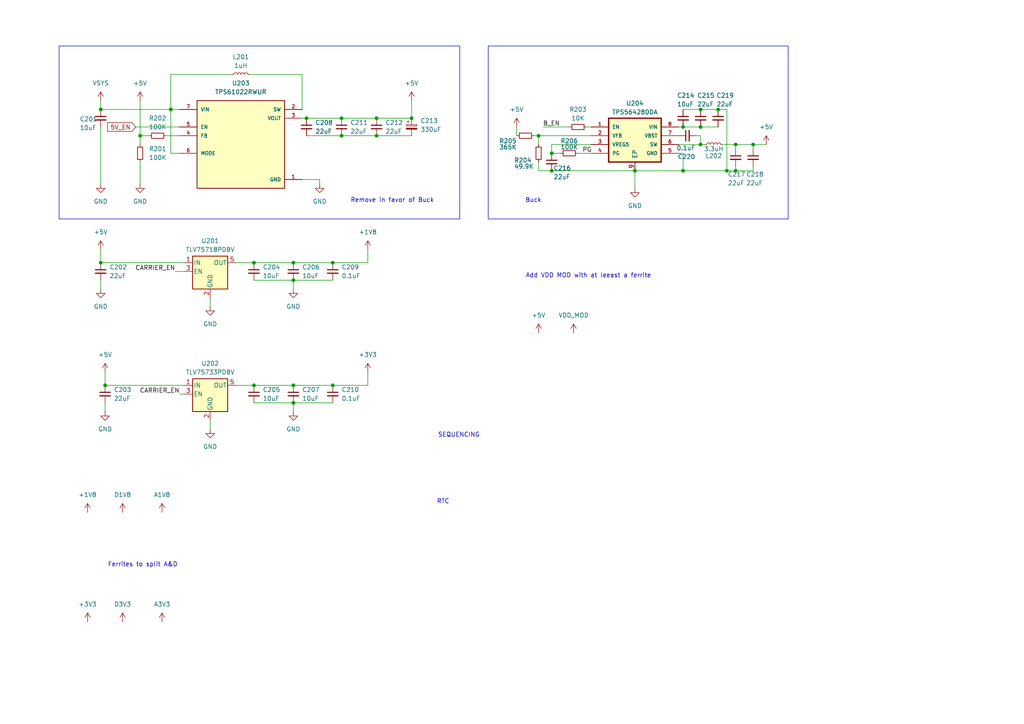
<source format=kicad_sch>
(kicad_sch (version 20231120) (generator "eeschema") (generator_version "8.0")
  (paper "A4")
  (lib_symbols
    (symbol "Device:C_Polarized_Small" (pin_numbers hide) (pin_names (offset 0.254) hide)
      (property "Reference" "C" (at 0.254 1.778 0))
      (property "Value" "C_Polarized_Small" (at 0.254 -2.032 0))
      (symbol "C_Polarized_Small_0_1"
        (rectangle (start -1.524 -0.3048) (end 1.524 -0.6858) (fill (type outline)))
        (rectangle (start -1.524 0.6858) (end 1.524 0.3048))
        (polyline (pts (xy -1.27 1.524) (xy -0.762 1.524)))
        (polyline (pts (xy -1.016 1.27) (xy -1.016 1.778)))
      )
      (symbol "C_Polarized_Small_1_1"
        (pin passive line (at 0 2.54 270) (length 1.8542) (name "~") (number "1"))
        (pin passive line (at 0 -2.54 90) (length 1.8542) (name "~") (number "2"))
      )
    )
    (symbol "Device:C_Small" (pin_numbers hide) (pin_names (offset 0.254) hide)
      (property "Reference" "C" (at 0.254 1.778 0))
      (property "Value" "C_Small" (at 0.254 -2.032 0))
      (symbol "C_Small_0_1"
        (polyline (pts (xy -1.524 -0.508) (xy 1.524 -0.508)) (stroke (width 0.3302)))
        (polyline (pts (xy -1.524 0.508) (xy 1.524 0.508)) (stroke (width 0.3048)))
      )
      (symbol "C_Small_1_1"
        (pin passive line (at 0 2.54 270) (length 2.032) (name "~") (number "1"))
        (pin passive line (at 0 -2.54 90) (length 2.032) (name "~") (number "2"))
      )
    )
    (symbol "Device:L_Small" (pin_numbers hide) (pin_names (offset 0.254) hide)
      (property "Reference" "L" (at 0.762 1.016 0))
      (property "Value" "L_Small" (at 0.762 -1.016 0))
      (symbol "L_Small_0_1"
        (arc (start 0 -2.032) (mid 0.5058 -1.524) (end 0 -1.016))
        (arc (start 0 -1.016) (mid 0.5058 -0.508) (end 0 0))
        (arc (start 0 0) (mid 0.5058 0.508) (end 0 1.016))
        (arc (start 0 1.016) (mid 0.5058 1.524) (end 0 2.032))
      )
      (symbol "L_Small_1_1"
        (pin passive line (at 0 2.54 270) (length 0.508) (name "~") (number "1"))
        (pin passive line (at 0 -2.54 90) (length 0.508) (name "~") (number "2"))
      )
    )
    (symbol "Device:R_Small" (pin_numbers hide) (pin_names (offset 0.254) hide)
      (property "Reference" "R" (at 0.762 0.508 0))
      (property "Value" "R_Small" (at 0.762 -1.016 0))
      (symbol "R_Small_0_1"
        (rectangle (start -0.762 1.778) (end 0.762 -1.778) (stroke (width 0.2032)))
      )
      (symbol "R_Small_1_1"
        (pin passive line (at 0 2.54 270) (length 0.762) (name "~") (number "1"))
        (pin passive line (at 0 -2.54 90) (length 0.762) (name "~") (number "2"))
      )
    )
    (symbol "Fibel2:TPS56428DDA" (pin_names (offset 1.016))
      (property "Reference" "U" (at -12.7 21.32 0))
      (property "Value" "TPS56428DDA" (at -6.604 9.652 0))
      (symbol "TPS56428DDA_0_0"
        (rectangle (start -7.62 6.35) (end 7.62 -6.35) (stroke (width 0.41)) (fill (type background)))
        (pin bidirectional line (at -12.7 3.81 0) (length 5.08) (name "EN") (number "1"))
        (pin bidirectional line (at -12.7 1.27 0) (length 5.08) (name "VFB") (number "2"))
        (pin bidirectional line (at -12.7 -1.27 0) (length 5.08) (name "VREG5") (number "3"))
        (pin bidirectional line (at -12.7 -3.81 0) (length 5.08) (name "PG") (number "4"))
        (pin power_in line (at 12.7 -3.81 180) (length 5.08) (name "GND") (number "5"))
        (pin bidirectional line (at 12.7 -1.27 180) (length 5.08) (name "SW") (number "6"))
        (pin bidirectional line (at 12.7 1.27 180) (length 5.08) (name "VBST") (number "7"))
        (pin input line (at 12.7 3.81 180) (length 5.08) (name "VIN") (number "8"))
      )
      (symbol "TPS56428DDA_1_1"
        (pin input line (at 0 -8.89 90) (length 2.54) (name "EP") (number "9"))
      )
    )
    (symbol "Fibel2:TPS61022RWUR" (pin_names (offset 1.016))
      (property "Reference" "U" (at -12.7 13.97 0))
      (property "Value" "TPS61022RWUR" (at -12.7 -13.97 0))
      (symbol "TPS61022RWUR_0_0"
        (rectangle (start -12.7 12.7) (end 12.7 -12.7) (stroke (width 0.254)) (fill (type background)))
        (pin power_in line (at 17.78 -10.16 180) (length 5.08) (name "GND") (number "1"))
        (pin output line (at 17.78 10.16 180) (length 5.08) (name "SW") (number "2"))
        (pin output line (at 17.78 7.62 180) (length 5.08) (name "VOUT") (number "3"))
        (pin input line (at -17.78 2.54 0) (length 5.08) (name "FB") (number "4"))
        (pin input line (at -17.78 5.08 0) (length 5.08) (name "EN") (number "5"))
        (pin input line (at -17.78 -2.54 0) (length 5.08) (name "MODE") (number "6"))
        (pin input line (at -17.78 10.16 0) (length 5.08) (name "VIN") (number "7"))
      )
    )
    (symbol "Regulator_Linear:TLV75718PDBV" (pin_names (offset 0.254))
      (property "Reference" "U" (at -3.81 5.715 0))
      (property "Value" "TLV75718PDBV" (at 0 5.715 0))
      (symbol "TLV75718PDBV_0_1"
        (rectangle (start -5.08 4.445) (end 5.08 -5.08) (stroke (width 0.254)) (fill (type background)))
      )
      (symbol "TLV75718PDBV_1_1"
        (pin power_in line (at -7.62 2.54 0) (length 2.54) (name "IN") (number "1"))
        (pin power_in line (at 0 -7.62 90) (length 2.54) (name "GND") (number "2"))
        (pin input line (at -7.62 0 0) (length 2.54) (name "EN") (number "3"))
        (pin no_connect line (at 5.08 0 180) (length 2.54) hide (name "NC") (number "4"))
        (pin power_out line (at 7.62 2.54 180) (length 2.54) (name "OUT") (number "5"))
      )
    )
    (symbol "Regulator_Linear:TLV75733PDBV" (pin_names (offset 0.254))
      (property "Reference" "U" (at -3.81 5.715 0))
      (property "Value" "TLV75733PDBV" (at 0 5.715 0))
      (symbol "TLV75733PDBV_0_1"
        (rectangle (start -5.08 4.445) (end 5.08 -5.08) (stroke (width 0.254)) (fill (type background)))
      )
      (symbol "TLV75733PDBV_1_1"
        (pin power_in line (at -7.62 2.54 0) (length 2.54) (name "IN") (number "1"))
        (pin power_in line (at 0 -7.62 90) (length 2.54) (name "GND") (number "2"))
        (pin input line (at -7.62 0 0) (length 2.54) (name "EN") (number "3"))
        (pin no_connect line (at 5.08 0 180) (length 2.54) hide (name "NC") (number "4"))
        (pin power_out line (at 7.62 2.54 180) (length 2.54) (name "OUT") (number "5"))
      )
    )
    (symbol "power:+1V8" (power) (pin_numbers hide) (pin_names (offset 0) hide)
      (property "Value" "+1V8" (at 0 3.556 0))
      (symbol "+1V8_0_1"
        (polyline (pts (xy -0.762 1.27) (xy 0 2.54)))
        (polyline (pts (xy 0 0) (xy 0 2.54)))
        (polyline (pts (xy 0 2.54) (xy 0.762 1.27)))
      )
      (symbol "+1V8_1_1"
        (pin power_in line (at 0 0 90) (length 0) (name "~") (number "1"))
      )
    )
    (symbol "power:+3.3V" (power) (pin_numbers hide) (pin_names (offset 0) hide)
      (property "Value" "+3.3V" (at 0 3.556 0))
      (symbol "+3.3V_0_1"
        (polyline (pts (xy -0.762 1.27) (xy 0 2.54)))
        (polyline (pts (xy 0 0) (xy 0 2.54)))
        (polyline (pts (xy 0 2.54) (xy 0.762 1.27)))
      )
      (symbol "+3.3V_1_1"
        (pin power_in line (at 0 0 90) (length 0) (name "~") (number "1"))
      )
    )
    (symbol "power:+3V3" (power) (pin_numbers hide) (pin_names (offset 0) hide)
      (property "Value" "+3V3" (at 0 3.556 0))
      (symbol "+3V3_0_1"
        (polyline (pts (xy -0.762 1.27) (xy 0 2.54)))
        (polyline (pts (xy 0 0) (xy 0 2.54)))
        (polyline (pts (xy 0 2.54) (xy 0.762 1.27)))
      )
      (symbol "+3V3_1_1"
        (pin power_in line (at 0 0 90) (length 0) (name "~") (number "1"))
      )
    )
    (symbol "power:+5V" (power) (pin_numbers hide) (pin_names (offset 0) hide)
      (property "Value" "+5V" (at 0 3.556 0))
      (symbol "+5V_0_1"
        (polyline (pts (xy -0.762 1.27) (xy 0 2.54)))
        (polyline (pts (xy 0 0) (xy 0 2.54)))
        (polyline (pts (xy 0 2.54) (xy 0.762 1.27)))
      )
      (symbol "+5V_1_1"
        (pin power_in line (at 0 0 90) (length 0) (name "~") (number "1"))
      )
    )
    (symbol "power:GND" (power) (pin_numbers hide) (pin_names (offset 0) hide)
      (property "Value" "GND" (at 0 -3.81 0))
      (symbol "GND_0_1"
        (polyline (pts (xy 0 0) (xy 0 -1.27) (xy 1.27 -1.27) (xy 0 -2.54) (xy -1.27 -1.27) (xy 0 -1.27)))
      )
      (symbol "GND_1_1"
        (pin power_in line (at 0 0 270) (length 0) (name "~") (number "1"))
      )
    )
    (symbol "power:VCC" (power) (pin_numbers hide) (pin_names (offset 0) hide)
      (property "Value" "VCC" (at 0 3.556 0))
      (symbol "VCC_0_1"
        (polyline (pts (xy -0.762 1.27) (xy 0 2.54)))
        (polyline (pts (xy 0 0) (xy 0 2.54)))
        (polyline (pts (xy 0 2.54) (xy 0.762 1.27)))
      )
      (symbol "VCC_1_1"
        (pin power_in line (at 0 0 90) (length 0) (name "~") (number "1"))
      )
    )
  )
  (junction (at 218.44 41.91))
  (junction (at 96.52 111.76))
  (junction (at 198.12 36.83))
  (junction (at 85.09 116.84))
  (junction (at 85.09 81.28))
  (junction (at 156.21 39.37))
  (junction (at 109.22 39.37))
  (junction (at 198.12 49.53))
  (junction (at 99.06 34.29))
  (junction (at 160.02 44.45))
  (junction (at 109.22 34.29))
  (junction (at 203.2 36.83))
  (junction (at 99.06 39.37))
  (junction (at 85.09 76.2))
  (junction (at 30.48 111.76))
  (junction (at 203.2 41.91))
  (junction (at 29.21 31.75))
  (junction (at 88.9 34.29))
  (junction (at 208.28 31.75))
  (junction (at 73.66 76.2))
  (junction (at 160.02 49.53))
  (junction (at 184.15 49.53))
  (junction (at 213.36 49.53))
  (junction (at 213.36 41.91))
  (junction (at 203.2 31.75))
  (junction (at 210.82 49.53))
  (junction (at 96.52 76.2))
  (junction (at 119.38 34.29))
  (junction (at 40.64 39.37))
  (junction (at 49.53 31.75))
  (junction (at 73.66 111.76))
  (junction (at 29.21 76.2))
  (junction (at 85.09 111.76))
  (wire (pts (xy 154.94 39.37) (xy 156.21 39.37)))
  (wire (pts (xy 40.64 29.21) (xy 40.64 39.37)))
  (wire (pts (xy 167.64 44.45) (xy 171.45 44.45)))
  (wire (pts (xy 68.58 76.2) (xy 73.66 76.2)))
  (wire (pts (xy 29.21 31.75) (xy 49.53 31.75)))
  (wire (pts (xy 213.36 49.53) (xy 218.44 49.53)))
  (wire (pts (xy 29.21 76.2) (xy 53.34 76.2)))
  (wire (pts (xy 30.48 111.76) (xy 53.34 111.76)))
  (wire (pts (xy 109.22 39.37) (xy 119.38 39.37)))
  (wire (pts (xy 210.82 31.75) (xy 210.82 49.53)))
  (wire (pts (xy 208.28 31.75) (xy 210.82 31.75)))
  (wire (pts (xy 157.48 36.83) (xy 165.1 36.83)))
  (wire (pts (xy 88.9 39.37) (xy 99.06 39.37)))
  (wire (pts (xy 160.02 41.91) (xy 160.02 44.45)))
  (wire (pts (xy 85.09 81.28) (xy 85.09 83.82)))
  (wire (pts (xy 30.48 107.95) (xy 30.48 111.76)))
  (wire (pts (xy 170.18 36.83) (xy 171.45 36.83)))
  (wire (pts (xy 85.09 76.2) (xy 96.52 76.2)))
  (wire (pts (xy 209.55 41.91) (xy 213.36 41.91)))
  (wire (pts (xy 48.26 39.37) (xy 52.07 39.37)))
  (wire (pts (xy 60.96 121.92) (xy 60.96 124.46)))
  (wire (pts (xy 40.64 39.37) (xy 40.64 41.91)))
  (wire (pts (xy 160.02 44.45) (xy 162.56 44.45)))
  (wire (pts (xy 49.53 31.75) (xy 52.07 31.75)))
  (wire (pts (xy 160.02 49.53) (xy 184.15 49.53)))
  (wire (pts (xy 29.21 36.83) (xy 29.21 53.34)))
  (wire (pts (xy 198.12 49.53) (xy 210.82 49.53)))
  (wire (pts (xy 218.44 41.91) (xy 222.25 41.91)))
  (wire (pts (xy 106.68 107.95) (xy 106.68 111.76)))
  (wire (pts (xy 218.44 49.53) (xy 218.44 48.26)))
  (wire (pts (xy 156.21 49.53) (xy 160.02 49.53)))
  (wire (pts (xy 203.2 31.75) (xy 208.28 31.75)))
  (wire (pts (xy 184.15 49.53) (xy 198.12 49.53)))
  (wire (pts (xy 213.36 49.53) (xy 213.36 48.26)))
  (wire (pts (xy 87.63 21.59) (xy 87.63 31.75)))
  (wire (pts (xy 87.63 52.07) (xy 92.71 52.07)))
  (wire (pts (xy 60.96 86.36) (xy 60.96 88.9)))
  (wire (pts (xy 52.07 44.45) (xy 49.53 44.45)))
  (wire (pts (xy 208.28 36.83) (xy 203.2 36.83)))
  (wire (pts (xy 119.38 29.21) (xy 119.38 34.29)))
  (wire (pts (xy 30.48 116.84) (xy 30.48 119.38)))
  (wire (pts (xy 218.44 43.18) (xy 218.44 41.91)))
  (wire (pts (xy 213.36 43.18) (xy 213.36 41.91)))
  (wire (pts (xy 73.66 116.84) (xy 85.09 116.84)))
  (wire (pts (xy 198.12 44.45) (xy 196.85 44.45)))
  (wire (pts (xy 43.18 39.37) (xy 40.64 39.37)))
  (wire (pts (xy 149.86 36.83) (xy 149.86 39.37)))
  (wire (pts (xy 218.44 41.91) (xy 213.36 41.91)))
  (wire (pts (xy 67.31 21.59) (xy 49.53 21.59)))
  (wire (pts (xy 88.9 34.29) (xy 99.06 34.29)))
  (wire (pts (xy 201.93 39.37) (xy 203.2 39.37)))
  (wire (pts (xy 198.12 31.75) (xy 203.2 31.75)))
  (wire (pts (xy 49.53 21.59) (xy 49.53 31.75)))
  (wire (pts (xy 184.15 49.53) (xy 184.15 54.61)))
  (wire (pts (xy 49.53 44.45) (xy 49.53 31.75)))
  (wire (pts (xy 156.21 41.91) (xy 156.21 39.37)))
  (wire (pts (xy 156.21 46.99) (xy 156.21 49.53)))
  (wire (pts (xy 203.2 39.37) (xy 203.2 41.91)))
  (wire (pts (xy 156.21 39.37) (xy 171.45 39.37)))
  (wire (pts (xy 171.45 41.91) (xy 160.02 41.91)))
  (wire (pts (xy 52.07 114.3) (xy 53.34 114.3)))
  (wire (pts (xy 109.22 34.29) (xy 119.38 34.29)))
  (wire (pts (xy 85.09 81.28) (xy 96.52 81.28)))
  (wire (pts (xy 99.06 34.29) (xy 109.22 34.29)))
  (wire (pts (xy 73.66 76.2) (xy 85.09 76.2)))
  (wire (pts (xy 196.85 41.91) (xy 203.2 41.91)))
  (wire (pts (xy 68.58 111.76) (xy 73.66 111.76)))
  (wire (pts (xy 85.09 116.84) (xy 96.52 116.84)))
  (wire (pts (xy 106.68 72.39) (xy 106.68 76.2)))
  (wire (pts (xy 210.82 49.53) (xy 213.36 49.53)))
  (wire (pts (xy 96.52 111.76) (xy 106.68 111.76)))
  (wire (pts (xy 72.39 21.59) (xy 87.63 21.59)))
  (wire (pts (xy 73.66 111.76) (xy 85.09 111.76)))
  (wire (pts (xy 29.21 29.21) (xy 29.21 31.75)))
  (wire (pts (xy 29.21 72.39) (xy 29.21 76.2)))
  (wire (pts (xy 29.21 81.28) (xy 29.21 83.82)))
  (wire (pts (xy 204.47 41.91) (xy 203.2 41.91)))
  (wire (pts (xy 73.66 81.28) (xy 85.09 81.28)))
  (wire (pts (xy 96.52 76.2) (xy 106.68 76.2)))
  (wire (pts (xy 198.12 36.83) (xy 203.2 36.83)))
  (wire (pts (xy 198.12 44.45) (xy 198.12 49.53)))
  (wire (pts (xy 92.71 52.07) (xy 92.71 53.34)))
  (wire (pts (xy 40.64 53.34) (xy 40.64 46.99)))
  (wire (pts (xy 52.07 36.83) (xy 39.37 36.83)))
  (wire (pts (xy 85.09 116.84) (xy 85.09 119.38)))
  (wire (pts (xy 87.63 34.29) (xy 88.9 34.29)))
  (wire (pts (xy 50.8 78.74) (xy 53.34 78.74)))
  (wire (pts (xy 99.06 39.37) (xy 109.22 39.37)))
  (wire (pts (xy 198.12 36.83) (xy 196.85 36.83)))
  (wire (pts (xy 85.09 111.76) (xy 96.52 111.76)))
  (rectangle (start 141.605 13.335) (end 228.6 63.5))
  (rectangle (start 17.145 13.335) (end 133.35 63.5))
  (text "Buck" (at 154.686 58.166 0) (effects (font (size 1.27 1.27))))
  (text "SEQUENCING" (at 133.096 126.238 0) (effects (font (size 1.27 1.27))))
  (text "RTC" (at 128.524 145.542 0) (effects (font (size 1.27 1.27))))
  (text "Add VDD MOD with at leeast a ferrite" (at 170.688 80.01 0) (effects (font (size 1.27 1.27))))
  (text "Remove in favor of Buck" (at 113.792 58.166 0) (effects (font (size 1.27 1.27))))
  (text "Ferrites to split A&D" (at 41.402 163.83 0) (effects (font (size 1.27 1.27))))
  (label "CARRIER_EN" (at 50.8 78.74 180))
  (label "PG" (at 168.91 44.45 0))
  (label "B_EN" (at 157.48 36.83 0))
  (label "CARRIER_EN" (at 52.07 114.3 180))
  (global_label "5V_EN" (shape input) (at 39.37 36.83 180) (property "Intersheetrefs" "${INTERSHEET_REFS}" (effects (hide yes))))
  (symbol (lib_id "Device:C_Small") (at 73.66 78.74 0) (unit 1)
    (property "Reference" "C204" (at 76.2 77.4762 0) (effects (justify left)))
    (property "Value" "10uF" (at 76.2 80.0162 0) (effects (justify left)))
    (property "Footprint" "Capacitor_SMD:C_0603_1608Metric" (effects (hide yes)))
    (property "Description" "Unpolarized capacitor, small symbol" (effects (hide yes)))
  )
  (symbol (lib_id "Device:C_Small") (at 198.12 34.29 0) (unit 1)
    (property "Reference" "C214" (at 196.342 27.686 0) (effects (justify left)))
    (property "Value" "10uF" (at 196.342 30.226 0) (effects (justify left)))
    (property "Footprint" "Capacitor_SMD:C_0603_1608Metric" (effects (hide yes)))
    (property "Description" "Unpolarized capacitor, small symbol" (effects (hide yes)))
  )
  (symbol (lib_id "power:+5V") (at 166.37 96.52 0) (unit 1)
    (property "Reference" "#PWR0221" (effects (hide yes)))
    (property "Value" "VDD_MOD" (at 166.37 91.44 0))
    (property "Description" "Power symbol creates a global label with name \"+5V\"" (effects (hide yes)))
  )
  (symbol (lib_id "Fibel2:TPS61022RWUR") (at 69.85 41.91 0) (unit 1)
    (property "Reference" "U203" (at 69.85 24.13 0))
    (property "Value" "TPS61022RWUR" (at 69.85 26.67 0))
    (property "Footprint" "Fibel2:TPS61022RWUR" (effects (hide yes)))
    (property "MF" "Texas Instruments" (effects (hide yes)))
    (property "MAXIMUM_PACKAGE_HEIGHT" "1.00mm" (effects (hide yes)))
    (property "Package" "VQFN-HR-7 Texas Instruments" (effects (hide yes)))
    (property "MP" "TPS61022RWUR" (effects (hide yes)))
  )
  (symbol (lib_id "power:GND") (at 60.96 124.46 0) (unit 1)
    (property "Reference" "#PWR0214" (effects (hide yes)))
    (property "Value" "GND" (at 60.96 129.54 0))
    (property "Description" "Power symbol creates a global label with name \"GND\" , ground" (effects (hide yes)))
  )
  (symbol (lib_id "Device:R_Small") (at 165.1 44.45 270) (unit 1)
    (property "Reference" "R206" (at 165.1 40.894 90))
    (property "Value" "100K" (at 165.1 42.672 90))
    (property "Footprint" "Resistor_SMD:R_0603_1608Metric" (effects (hide yes)))
    (property "Description" "Resistor, small symbol" (effects (hide yes)))
  )
  (symbol (lib_id "Device:C_Small") (at 160.02 46.99 0) (unit 1)
    (property "Reference" "C216" (at 160.528 48.768 0) (effects (justify left)))
    (property "Value" "22uF" (at 160.528 51.308 0) (effects (justify left)))
    (property "Footprint" "Capacitor_SMD:C_0805_2012Metric" (effects (hide yes)))
    (property "Description" "Unpolarized capacitor, small symbol" (effects (hide yes)))
  )
  (symbol (lib_id "power:+3.3V") (at 46.99 148.59 0) (unit 1)
    (property "Reference" "#PWR0211" (effects (hide yes)))
    (property "Value" "A1V8" (at 46.99 143.51 0))
    (property "Description" "Power symbol creates a global label with name \"+3.3V\"" (effects (hide yes)))
  )
  (symbol (lib_id "Device:C_Small") (at 213.36 45.72 0) (unit 1)
    (property "Reference" "C217" (at 211.074 50.546 0) (effects (justify left)))
    (property "Value" "22uF" (at 211.074 53.086 0) (effects (justify left)))
    (property "Footprint" "Capacitor_SMD:C_0603_1608Metric" (effects (hide yes)))
    (property "Description" "Unpolarized capacitor, small symbol" (effects (hide yes)))
  )
  (symbol (lib_id "Device:R_Small") (at 40.64 44.45 180) (unit 1)
    (property "Reference" "R201" (at 43.18 43.1799 0) (effects (justify right)))
    (property "Value" "100K" (at 43.18 45.7199 0) (effects (justify right)))
    (property "Footprint" "Resistor_SMD:R_0603_1608Metric" (effects (hide yes)))
    (property "Description" "Resistor, small symbol" (effects (hide yes)))
  )
  (symbol (lib_id "power:+5V") (at 30.48 107.95 0) (unit 1)
    (property "Reference" "#PWR0205" (effects (hide yes)))
    (property "Value" "+5V" (at 30.48 102.87 0))
    (property "Description" "Power symbol creates a global label with name \"+5V\"" (effects (hide yes)))
  )
  (symbol (lib_id "Device:C_Polarized_Small") (at 119.38 36.83 0) (unit 1)
    (property "Reference" "C213" (at 121.92 35.0138 0) (effects (justify left)))
    (property "Value" "330uF" (at 121.92 37.5538 0) (effects (justify left)))
    (property "Footprint" "Capacitor_Tantalum_SMD:CP_EIA-6032-15_Kemet-U" (effects (hide yes)))
    (property "Description" "Polarized capacitor, small symbol" (effects (hide yes)))
  )
  (symbol (lib_id "power:VCC") (at 29.21 29.21 0) (unit 1)
    (property "Reference" "#PWR0201" (effects (hide yes)))
    (property "Value" "VSYS" (at 29.21 24.13 0))
    (property "Description" "Power symbol creates a global label with name \"VCC\"" (effects (hide yes)))
  )
  (symbol (lib_id "Device:C_Small") (at 88.9 36.83 0) (unit 1)
    (property "Reference" "C208" (at 91.44 35.5662 0) (effects (justify left)))
    (property "Value" "22uF" (at 91.44 38.1062 0) (effects (justify left)))
    (property "Footprint" "Capacitor_SMD:C_0805_2012Metric" (effects (hide yes)))
    (property "Description" "Unpolarized capacitor, small symbol" (effects (hide yes)))
  )
  (symbol (lib_id "power:+1V8") (at 25.4 148.59 0) (unit 1)
    (property "Reference" "#PWR0227" (effects (hide yes)))
    (property "Value" "+1V8" (at 25.4 143.51 0))
    (property "Description" "Power symbol creates a global label with name \"+1V8\"" (effects (hide yes)))
  )
  (symbol (lib_id "Device:R_Small") (at 45.72 39.37 270) (unit 1)
    (property "Reference" "R202" (at 45.72 34.29 90))
    (property "Value" "100K" (at 45.72 36.83 90))
    (property "Footprint" "Resistor_SMD:R_0603_1608Metric" (effects (hide yes)))
    (property "Description" "Resistor, small symbol" (effects (hide yes)))
  )
  (symbol (lib_id "Device:C_Small") (at 203.2 34.29 0) (unit 1)
    (property "Reference" "C215" (at 202.184 27.686 0) (effects (justify left)))
    (property "Value" "22uF" (at 202.184 30.226 0) (effects (justify left)))
    (property "Footprint" "Capacitor_SMD:C_0805_2012Metric" (effects (hide yes)))
    (property "Description" "Unpolarized capacitor, small symbol" (effects (hide yes)))
  )
  (symbol (lib_id "power:GND") (at 92.71 53.34 0) (unit 1)
    (property "Reference" "#PWR0217" (effects (hide yes)))
    (property "Value" "GND" (at 92.71 58.42 0))
    (property "Description" "Power symbol creates a global label with name \"GND\" , ground" (effects (hide yes)))
  )
  (symbol (lib_id "power:+5V") (at 40.64 29.21 0) (unit 1)
    (property "Reference" "#PWR0209" (effects (hide yes)))
    (property "Value" "+5V" (at 40.64 24.13 0))
    (property "Description" "Power symbol creates a global label with name \"+5V\"" (effects (hide yes)))
  )
  (symbol (lib_id "Device:C_Small") (at 218.44 45.72 0) (unit 1)
    (property "Reference" "C218" (at 216.408 50.546 0) (effects (justify left)))
    (property "Value" "22uF" (at 216.408 53.086 0) (effects (justify left)))
    (property "Footprint" "Capacitor_SMD:C_0805_2012Metric" (effects (hide yes)))
    (property "Description" "Unpolarized capacitor, small symbol" (effects (hide yes)))
  )
  (symbol (lib_id "power:GND") (at 29.21 53.34 0) (unit 1)
    (property "Reference" "#PWR0202" (effects (hide yes)))
    (property "Value" "GND" (at 29.21 58.42 0))
    (property "Description" "Power symbol creates a global label with name \"GND\" , ground" (effects (hide yes)))
  )
  (symbol (lib_id "Device:R_Small") (at 152.4 39.37 270) (unit 1)
    (property "Reference" "R205" (at 147.32 40.894 90))
    (property "Value" "365K" (at 147.32 42.672 90))
    (property "Footprint" "Resistor_SMD:R_0603_1608Metric" (effects (hide yes)))
    (property "Description" "Resistor, small symbol" (effects (hide yes)))
  )
  (symbol (lib_id "Device:L_Small") (at 207.01 41.91 90) (unit 1)
    (property "Reference" "L202" (at 207.01 45.212 90))
    (property "Value" "3.3uH" (at 207.01 43.18 90))
    (property "Description" "Inductor, small symbol" (effects (hide yes)))
  )
  (symbol (lib_id "power:GND") (at 85.09 83.82 0) (unit 1)
    (property "Reference" "#PWR0215" (effects (hide yes)))
    (property "Value" "GND" (at 85.09 88.9 0))
    (property "Description" "Power symbol creates a global label with name \"GND\" , ground" (effects (hide yes)))
  )
  (symbol (lib_id "Regulator_Linear:TLV75718PDBV") (at 60.96 78.74 0) (unit 1)
    (property "Reference" "U201" (at 60.96 69.85 0))
    (property "Value" "TLV75718PDBV" (at 60.96 72.39 0))
    (property "Footprint" "Package_TO_SOT_SMD:SOT-23-5" (effects (hide yes)))
    (property "Datasheet" "https://www.ti.com/lit/ds/symlink/tlv757p.pdf" (effects (hide yes)))
    (property "Description" "1A Low IQ Small Size Low Dropout Voltage Regulator, Fixed Output 1.8V, SOT-23-5" (effects (hide yes)))
  )
  (symbol (lib_id "power:+3V3") (at 25.4 180.34 0) (unit 1)
    (property "Reference" "#PWR0226" (effects (hide yes)))
    (property "Value" "+3V3" (at 25.4 175.26 0))
    (property "Description" "Power symbol creates a global label with name \"+3V3\"" (effects (hide yes)))
  )
  (symbol (lib_id "Device:C_Small") (at 85.09 78.74 0) (unit 1)
    (property "Reference" "C206" (at 87.63 77.4762 0) (effects (justify left)))
    (property "Value" "10uF" (at 87.63 80.0162 0) (effects (justify left)))
    (property "Footprint" "Capacitor_SMD:C_0603_1608Metric" (effects (hide yes)))
    (property "Description" "Unpolarized capacitor, small symbol" (effects (hide yes)))
  )
  (symbol (lib_id "Regulator_Linear:TLV75733PDBV") (at 60.96 114.3 0) (unit 1)
    (property "Reference" "U202" (at 60.96 105.41 0))
    (property "Value" "TLV75733PDBV" (at 60.96 107.95 0))
    (property "Footprint" "Package_TO_SOT_SMD:SOT-23-5" (effects (hide yes)))
    (property "Datasheet" "https://www.ti.com/lit/ds/symlink/tlv757p.pdf" (effects (hide yes)))
    (property "Description" "1A Low IQ Small Size Low Dropout Voltage Regulator, Fixed Output 3.3V, SOT-23-5" (effects (hide yes)))
  )
  (symbol (lib_id "power:+5V") (at 222.25 41.91 0) (unit 1)
    (property "Reference" "#PWR0224" (effects (hide yes)))
    (property "Value" "+5V" (at 222.25 36.83 0))
    (property "Description" "Power symbol creates a global label with name \"+5V\"" (effects (hide yes)))
  )
  (symbol (lib_id "power:GND") (at 40.64 53.34 0) (unit 1)
    (property "Reference" "#PWR0210" (effects (hide yes)))
    (property "Value" "GND" (at 40.64 58.42 0))
    (property "Description" "Power symbol creates a global label with name \"GND\" , ground" (effects (hide yes)))
  )
  (symbol (lib_id "Device:C_Small") (at 29.21 34.29 0) (unit 1)
    (property "Reference" "C201" (at 23.114 34.544 0) (effects (justify left)))
    (property "Value" "10uF" (at 23.114 37.084 0) (effects (justify left)))
    (property "Footprint" "Capacitor_SMD:C_0603_1608Metric" (effects (hide yes)))
    (property "Description" "Unpolarized capacitor, small symbol" (effects (hide yes)))
  )
  (symbol (lib_id "power:+5V") (at 156.21 96.52 0) (unit 1)
    (property "Reference" "#PWR0225" (effects (hide yes)))
    (property "Value" "+5V" (at 156.21 91.44 0))
    (property "Description" "Power symbol creates a global label with name \"+5V\"" (effects (hide yes)))
  )
  (symbol (lib_id "power:+3.3V") (at 35.56 148.59 0) (unit 1)
    (property "Reference" "#PWR0207" (effects (hide yes)))
    (property "Value" "D1V8" (at 35.56 143.51 0))
    (property "Description" "Power symbol creates a global label with name \"+3.3V\"" (effects (hide yes)))
  )
  (symbol (lib_id "Device:C_Small") (at 85.09 114.3 0) (unit 1)
    (property "Reference" "C207" (at 87.63 113.0362 0) (effects (justify left)))
    (property "Value" "10uF" (at 87.63 115.5762 0) (effects (justify left)))
    (property "Footprint" "Capacitor_SMD:C_0603_1608Metric" (effects (hide yes)))
    (property "Description" "Unpolarized capacitor, small symbol" (effects (hide yes)))
  )
  (symbol (lib_id "Device:C_Small") (at 30.48 114.3 0) (unit 1)
    (property "Reference" "C203" (at 33.02 113.0362 0) (effects (justify left)))
    (property "Value" "22uF" (at 33.02 115.5762 0) (effects (justify left)))
    (property "Footprint" "Capacitor_SMD:C_0805_2012Metric" (effects (hide yes)))
    (property "Description" "Unpolarized capacitor, small symbol" (effects (hide yes)))
  )
  (symbol (lib_id "power:GND") (at 60.96 88.9 0) (unit 1)
    (property "Reference" "#PWR0213" (effects (hide yes)))
    (property "Value" "GND" (at 60.96 93.98 0))
    (property "Description" "Power symbol creates a global label with name \"GND\" , ground" (effects (hide yes)))
  )
  (symbol (lib_id "power:GND") (at 85.09 119.38 0) (unit 1)
    (property "Reference" "#PWR0216" (effects (hide yes)))
    (property "Value" "GND" (at 85.09 124.46 0))
    (property "Description" "Power symbol creates a global label with name \"GND\" , ground" (effects (hide yes)))
  )
  (symbol (lib_id "Device:C_Small") (at 73.66 114.3 0) (unit 1)
    (property "Reference" "C205" (at 76.2 113.0362 0) (effects (justify left)))
    (property "Value" "10uF" (at 76.2 115.5762 0) (effects (justify left)))
    (property "Footprint" "Capacitor_SMD:C_0603_1608Metric" (effects (hide yes)))
    (property "Description" "Unpolarized capacitor, small symbol" (effects (hide yes)))
  )
  (symbol (lib_id "power:+5V") (at 29.21 72.39 0) (unit 1)
    (property "Reference" "#PWR0203" (effects (hide yes)))
    (property "Value" "+5V" (at 29.21 67.31 0))
    (property "Description" "Power symbol creates a global label with name \"+5V\"" (effects (hide yes)))
  )
  (symbol (lib_id "Device:R_Small") (at 167.64 36.83 270) (unit 1)
    (property "Reference" "R203" (at 167.64 31.75 90))
    (property "Value" "10K" (at 167.64 34.29 90))
    (property "Footprint" "Resistor_SMD:R_0603_1608Metric" (effects (hide yes)))
    (property "Description" "Resistor, small symbol" (effects (hide yes)))
  )
  (symbol (lib_id "Device:C_Small") (at 208.28 34.29 0) (unit 1)
    (property "Reference" "C219" (at 207.772 27.686 0) (effects (justify left)))
    (property "Value" "22uF" (at 207.772 30.226 0) (effects (justify left)))
    (property "Footprint" "Capacitor_SMD:C_0805_2012Metric" (effects (hide yes)))
    (property "Description" "Unpolarized capacitor, small symbol" (effects (hide yes)))
  )
  (symbol (lib_id "Device:L_Small") (at 69.85 21.59 90) (unit 1)
    (property "Reference" "L201" (at 69.85 16.51 90))
    (property "Value" "1uH" (at 69.85 19.05 90))
    (property "Description" "Inductor, small symbol" (effects (hide yes)))
  )
  (symbol (lib_id "power:+5V") (at 149.86 36.83 0) (unit 1)
    (property "Reference" "#PWR0223" (effects (hide yes)))
    (property "Value" "+5V" (at 149.86 31.75 0))
    (property "Description" "Power symbol creates a global label with name \"+5V\"" (effects (hide yes)))
  )
  (symbol (lib_id "power:+1V8") (at 106.68 72.39 0) (unit 1)
    (property "Reference" "#PWR0218" (effects (hide yes)))
    (property "Value" "+1V8" (at 106.68 67.31 0))
    (property "Description" "Power symbol creates a global label with name \"+1V8\"" (effects (hide yes)))
  )
  (symbol (lib_id "Fibel2:TPS56428DDA") (at 184.15 40.64 0) (unit 1)
    (property "Reference" "U204" (at 184.15 29.972 0))
    (property "Value" "TPS56428DDA" (at 184.15 32.512 0))
    (property "Footprint" "Fibel2:TPS56428DDA" (effects (hide yes)))
    (property "MF" "Texas Instruments" (effects (hide yes)))
    (property "MP" "TPS56428DDA" (effects (hide yes)))
  )
  (symbol (lib_id "Device:C_Small") (at 29.21 78.74 0) (unit 1)
    (property "Reference" "C202" (at 31.75 77.4762 0) (effects (justify left)))
    (property "Value" "22uF" (at 31.75 80.0162 0) (effects (justify left)))
    (property "Footprint" "Capacitor_SMD:C_0805_2012Metric" (effects (hide yes)))
    (property "Description" "Unpolarized capacitor, small symbol" (effects (hide yes)))
  )
  (symbol (lib_id "Device:C_Small") (at 96.52 114.3 0) (unit 1)
    (property "Reference" "C210" (at 99.06 113.0362 0) (effects (justify left)))
    (property "Value" "0.1uF" (at 99.06 115.5762 0) (effects (justify left)))
    (property "Footprint" "Capacitor_SMD:C_0603_1608Metric" (effects (hide yes)))
    (property "Description" "Unpolarized capacitor, small symbol" (effects (hide yes)))
  )
  (symbol (lib_id "power:GND") (at 29.21 83.82 0) (unit 1)
    (property "Reference" "#PWR0204" (effects (hide yes)))
    (property "Value" "GND" (at 29.21 88.9 0))
    (property "Description" "Power symbol creates a global label with name \"GND\" , ground" (effects (hide yes)))
  )
  (symbol (lib_id "Device:C_Small") (at 99.06 36.83 0) (unit 1)
    (property "Reference" "C211" (at 101.6 35.5662 0) (effects (justify left)))
    (property "Value" "22uF" (at 101.6 38.1062 0) (effects (justify left)))
    (property "Footprint" "Capacitor_SMD:C_0805_2012Metric" (effects (hide yes)))
    (property "Description" "Unpolarized capacitor, small symbol" (effects (hide yes)))
  )
  (symbol (lib_id "power:+3V3") (at 106.68 107.95 0) (unit 1)
    (property "Reference" "#PWR0219" (effects (hide yes)))
    (property "Value" "+3V3" (at 106.68 102.87 0))
    (property "Description" "Power symbol creates a global label with name \"+3V3\"" (effects (hide yes)))
  )
  (symbol (lib_id "Device:C_Small") (at 199.39 39.37 90) (unit 1)
    (property "Reference" "C220" (at 201.676 45.466 90) (effects (justify left)))
    (property "Value" "0.1uF" (at 201.676 42.926 90) (effects (justify left)))
    (property "Footprint" "Capacitor_SMD:C_0805_2012Metric" (effects (hide yes)))
    (property "Description" "Unpolarized capacitor, small symbol" (effects (hide yes)))
  )
  (symbol (lib_id "Device:C_Small") (at 109.22 36.83 0) (unit 1)
    (property "Reference" "C212" (at 111.76 35.5662 0) (effects (justify left)))
    (property "Value" "22uF" (at 111.76 38.1062 0) (effects (justify left)))
    (property "Footprint" "Capacitor_SMD:C_0805_2012Metric" (effects (hide yes)))
    (property "Description" "Unpolarized capacitor, small symbol" (effects (hide yes)))
  )
  (symbol (lib_id "power:+3.3V") (at 35.56 180.34 0) (unit 1)
    (property "Reference" "#PWR0208" (effects (hide yes)))
    (property "Value" "D3V3" (at 35.56 175.26 0))
    (property "Description" "Power symbol creates a global label with name \"+3.3V\"" (effects (hide yes)))
  )
  (symbol (lib_id "power:+3.3V") (at 46.99 180.34 0) (unit 1)
    (property "Reference" "#PWR0212" (effects (hide yes)))
    (property "Value" "A3V3" (at 46.99 175.26 0))
    (property "Description" "Power symbol creates a global label with name \"+3.3V\"" (effects (hide yes)))
  )
  (symbol (lib_id "Device:R_Small") (at 156.21 44.45 0) (unit 1)
    (property "Reference" "R204" (at 149.098 46.482 0) (effects (justify left)))
    (property "Value" "49.9K" (at 149.098 48.26 0) (effects (justify left)))
    (property "Footprint" "Resistor_SMD:R_0603_1608Metric" (effects (hide yes)))
    (property "Description" "Resistor, small symbol" (effects (hide yes)))
  )
  (symbol (lib_id "Device:C_Small") (at 96.52 78.74 0) (unit 1)
    (property "Reference" "C209" (at 99.06 77.4762 0) (effects (justify left)))
    (property "Value" "0.1uF" (at 99.06 80.0162 0) (effects (justify left)))
    (property "Footprint" "Capacitor_SMD:C_0603_1608Metric" (effects (hide yes)))
    (property "Description" "Unpolarized capacitor, small symbol" (effects (hide yes)))
  )
  (symbol (lib_id "power:GND") (at 30.48 119.38 0) (unit 1)
    (property "Reference" "#PWR0206" (effects (hide yes)))
    (property "Value" "GND" (at 30.48 124.46 0))
    (property "Description" "Power symbol creates a global label with name \"GND\" , ground" (effects (hide yes)))
  )
  (symbol (lib_id "power:GND") (at 184.15 54.61 0) (unit 1)
    (property "Reference" "#PWR0222" (effects (hide yes)))
    (property "Value" "GND" (at 184.15 59.69 0))
    (property "Description" "Power symbol creates a global label with name \"GND\" , ground" (effects (hide yes)))
  )
  (symbol (lib_id "power:+5V") (at 119.38 29.21 0) (unit 1)
    (property "Reference" "#PWR0220" (effects (hide yes)))
    (property "Value" "+5V" (at 119.38 24.13 0))
    (property "Description" "Power symbol creates a global label with name \"+5V\"" (effects (hide yes)))
  )
)
</source>
